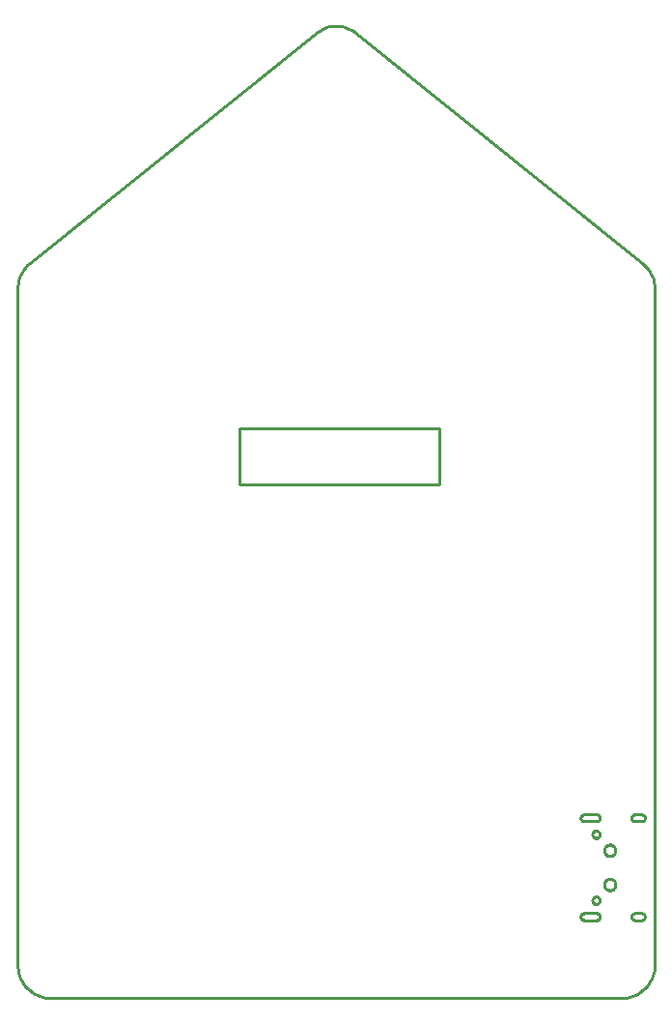
<source format=gbr>
G04 EAGLE Gerber RS-274X export*
G75*
%MOMM*%
%FSLAX34Y34*%
%LPD*%
%IN*%
%IPPOS*%
%AMOC8*
5,1,8,0,0,1.08239X$1,22.5*%
G01*
%ADD10C,0.254000*%


D10*
X0Y30000D02*
X114Y27385D01*
X456Y24791D01*
X1022Y22235D01*
X1809Y19739D01*
X2811Y17321D01*
X4019Y15000D01*
X5425Y12793D01*
X7019Y10716D01*
X8787Y8787D01*
X10716Y7019D01*
X12793Y5425D01*
X15000Y4019D01*
X17321Y2811D01*
X19739Y1809D01*
X22235Y1022D01*
X24791Y456D01*
X27385Y114D01*
X30000Y0D01*
X528800Y0D01*
X531415Y114D01*
X534009Y456D01*
X536565Y1022D01*
X539061Y1809D01*
X541479Y2811D01*
X543800Y4019D01*
X546007Y5425D01*
X548084Y7019D01*
X550013Y8787D01*
X551781Y10716D01*
X553375Y12793D01*
X554781Y15000D01*
X555989Y17321D01*
X556991Y19739D01*
X557778Y22235D01*
X558344Y24791D01*
X558686Y27385D01*
X558800Y30000D01*
X558800Y620584D01*
X558792Y621281D01*
X558617Y623892D01*
X558215Y626478D01*
X557590Y629020D01*
X556745Y631497D01*
X555688Y633891D01*
X554426Y636184D01*
X552969Y638358D01*
X551328Y640396D01*
X549515Y642284D01*
X547545Y644007D01*
X295271Y845899D01*
X294448Y846530D01*
X292607Y847764D01*
X290666Y848832D01*
X288639Y849728D01*
X286542Y850443D01*
X284390Y850973D01*
X282201Y851313D01*
X279990Y851461D01*
X277774Y851416D01*
X275571Y851177D01*
X273397Y850748D01*
X271269Y850131D01*
X269203Y849331D01*
X267214Y848354D01*
X265318Y847207D01*
X263529Y845899D01*
X11255Y644007D01*
X10716Y643566D01*
X8787Y641798D01*
X7019Y639868D01*
X5425Y637792D01*
X4019Y635584D01*
X2811Y633263D01*
X1809Y630845D01*
X1022Y628349D01*
X456Y625794D01*
X114Y623199D01*
X0Y620584D01*
X0Y30000D01*
X493836Y157755D02*
X493847Y157494D01*
X493882Y157234D01*
X493938Y156979D01*
X494017Y156729D01*
X494117Y156487D01*
X494238Y156255D01*
X494379Y156034D01*
X494538Y155827D01*
X494715Y155634D01*
X494908Y155457D01*
X495115Y155298D01*
X495336Y155157D01*
X495568Y155036D01*
X495810Y154936D01*
X496060Y154857D01*
X496315Y154801D01*
X496575Y154766D01*
X496836Y154755D01*
X507836Y154755D01*
X508097Y154766D01*
X508357Y154801D01*
X508612Y154857D01*
X508862Y154936D01*
X509104Y155036D01*
X509336Y155157D01*
X509557Y155298D01*
X509764Y155457D01*
X509957Y155634D01*
X510134Y155827D01*
X510293Y156034D01*
X510434Y156255D01*
X510555Y156487D01*
X510655Y156729D01*
X510734Y156979D01*
X510790Y157234D01*
X510825Y157494D01*
X510836Y157755D01*
X510825Y158016D01*
X510790Y158276D01*
X510734Y158531D01*
X510655Y158781D01*
X510555Y159023D01*
X510434Y159255D01*
X510293Y159476D01*
X510134Y159683D01*
X509957Y159876D01*
X509764Y160053D01*
X509557Y160212D01*
X509336Y160353D01*
X509104Y160474D01*
X508862Y160574D01*
X508612Y160653D01*
X508357Y160709D01*
X508097Y160744D01*
X507836Y160755D01*
X496836Y160755D01*
X496575Y160744D01*
X496315Y160709D01*
X496060Y160653D01*
X495810Y160574D01*
X495568Y160474D01*
X495336Y160353D01*
X495115Y160212D01*
X494908Y160053D01*
X494715Y159876D01*
X494538Y159683D01*
X494379Y159476D01*
X494238Y159255D01*
X494117Y159023D01*
X494017Y158781D01*
X493938Y158531D01*
X493882Y158276D01*
X493847Y158016D01*
X493836Y157755D01*
X493836Y71355D02*
X493847Y71094D01*
X493882Y70834D01*
X493938Y70579D01*
X494017Y70329D01*
X494117Y70087D01*
X494238Y69855D01*
X494379Y69634D01*
X494538Y69427D01*
X494715Y69234D01*
X494908Y69057D01*
X495115Y68898D01*
X495336Y68757D01*
X495568Y68636D01*
X495810Y68536D01*
X496060Y68457D01*
X496315Y68401D01*
X496575Y68366D01*
X496836Y68355D01*
X507836Y68355D01*
X508097Y68366D01*
X508357Y68401D01*
X508612Y68457D01*
X508862Y68536D01*
X509104Y68636D01*
X509336Y68757D01*
X509557Y68898D01*
X509764Y69057D01*
X509957Y69234D01*
X510134Y69427D01*
X510293Y69634D01*
X510434Y69855D01*
X510555Y70087D01*
X510655Y70329D01*
X510734Y70579D01*
X510790Y70834D01*
X510825Y71094D01*
X510836Y71355D01*
X510825Y71616D01*
X510790Y71876D01*
X510734Y72131D01*
X510655Y72381D01*
X510555Y72623D01*
X510434Y72855D01*
X510293Y73076D01*
X510134Y73283D01*
X509957Y73476D01*
X509764Y73653D01*
X509557Y73812D01*
X509336Y73953D01*
X509104Y74074D01*
X508862Y74174D01*
X508612Y74253D01*
X508357Y74309D01*
X508097Y74344D01*
X507836Y74355D01*
X496836Y74355D01*
X496575Y74344D01*
X496315Y74309D01*
X496060Y74253D01*
X495810Y74174D01*
X495568Y74074D01*
X495336Y73953D01*
X495115Y73812D01*
X494908Y73653D01*
X494715Y73476D01*
X494538Y73283D01*
X494379Y73076D01*
X494238Y72855D01*
X494117Y72623D01*
X494017Y72381D01*
X493938Y72131D01*
X493882Y71876D01*
X493847Y71616D01*
X493836Y71355D01*
X538136Y71355D02*
X538147Y71094D01*
X538182Y70834D01*
X538238Y70579D01*
X538317Y70329D01*
X538417Y70087D01*
X538538Y69855D01*
X538679Y69634D01*
X538838Y69427D01*
X539015Y69234D01*
X539208Y69057D01*
X539415Y68898D01*
X539636Y68757D01*
X539868Y68636D01*
X540110Y68536D01*
X540360Y68457D01*
X540615Y68401D01*
X540875Y68366D01*
X541136Y68355D01*
X547136Y68355D01*
X547397Y68366D01*
X547657Y68401D01*
X547912Y68457D01*
X548162Y68536D01*
X548404Y68636D01*
X548636Y68757D01*
X548857Y68898D01*
X549064Y69057D01*
X549257Y69234D01*
X549434Y69427D01*
X549593Y69634D01*
X549734Y69855D01*
X549855Y70087D01*
X549955Y70329D01*
X550034Y70579D01*
X550090Y70834D01*
X550125Y71094D01*
X550136Y71355D01*
X550125Y71616D01*
X550090Y71876D01*
X550034Y72131D01*
X549955Y72381D01*
X549855Y72623D01*
X549734Y72855D01*
X549593Y73076D01*
X549434Y73283D01*
X549257Y73476D01*
X549064Y73653D01*
X548857Y73812D01*
X548636Y73953D01*
X548404Y74074D01*
X548162Y74174D01*
X547912Y74253D01*
X547657Y74309D01*
X547397Y74344D01*
X547136Y74355D01*
X541136Y74355D01*
X540875Y74344D01*
X540615Y74309D01*
X540360Y74253D01*
X540110Y74174D01*
X539868Y74074D01*
X539636Y73953D01*
X539415Y73812D01*
X539208Y73653D01*
X539015Y73476D01*
X538838Y73283D01*
X538679Y73076D01*
X538538Y72855D01*
X538417Y72623D01*
X538317Y72381D01*
X538238Y72131D01*
X538182Y71876D01*
X538147Y71616D01*
X538136Y71355D01*
X538136Y157755D02*
X538147Y157494D01*
X538182Y157234D01*
X538238Y156979D01*
X538317Y156729D01*
X538417Y156487D01*
X538538Y156255D01*
X538679Y156034D01*
X538838Y155827D01*
X539015Y155634D01*
X539208Y155457D01*
X539415Y155298D01*
X539636Y155157D01*
X539868Y155036D01*
X540110Y154936D01*
X540360Y154857D01*
X540615Y154801D01*
X540875Y154766D01*
X541136Y154755D01*
X547136Y154755D01*
X547397Y154766D01*
X547657Y154801D01*
X547912Y154857D01*
X548162Y154936D01*
X548404Y155036D01*
X548636Y155157D01*
X548857Y155298D01*
X549064Y155457D01*
X549257Y155634D01*
X549434Y155827D01*
X549593Y156034D01*
X549734Y156255D01*
X549855Y156487D01*
X549955Y156729D01*
X550034Y156979D01*
X550090Y157234D01*
X550125Y157494D01*
X550136Y157755D01*
X550125Y158016D01*
X550090Y158276D01*
X550034Y158531D01*
X549955Y158781D01*
X549855Y159023D01*
X549734Y159255D01*
X549593Y159476D01*
X549434Y159683D01*
X549257Y159876D01*
X549064Y160053D01*
X548857Y160212D01*
X548636Y160353D01*
X548404Y160474D01*
X548162Y160574D01*
X547912Y160653D01*
X547657Y160709D01*
X547397Y160744D01*
X547136Y160755D01*
X541136Y160755D01*
X540875Y160744D01*
X540615Y160709D01*
X540360Y160653D01*
X540110Y160574D01*
X539868Y160474D01*
X539636Y160353D01*
X539415Y160212D01*
X539208Y160053D01*
X539015Y159876D01*
X538838Y159683D01*
X538679Y159476D01*
X538538Y159255D01*
X538417Y159023D01*
X538317Y158781D01*
X538238Y158531D01*
X538182Y158276D01*
X538147Y158016D01*
X538136Y157755D01*
X194310Y449580D02*
X369570Y449580D01*
X369570Y499110D01*
X194310Y499110D01*
X194310Y449580D01*
X507549Y82405D02*
X507971Y82461D01*
X508383Y82571D01*
X508777Y82734D01*
X509145Y82947D01*
X509483Y83206D01*
X509785Y83508D01*
X510044Y83846D01*
X510257Y84214D01*
X510420Y84608D01*
X510530Y85020D01*
X510586Y85442D01*
X510586Y85868D01*
X510530Y86290D01*
X510420Y86702D01*
X510257Y87096D01*
X510044Y87464D01*
X509785Y87802D01*
X509483Y88104D01*
X509145Y88363D01*
X508777Y88576D01*
X508383Y88739D01*
X507971Y88849D01*
X507549Y88905D01*
X507123Y88905D01*
X506701Y88849D01*
X506289Y88739D01*
X505895Y88576D01*
X505527Y88363D01*
X505189Y88104D01*
X504887Y87802D01*
X504628Y87464D01*
X504415Y87096D01*
X504252Y86702D01*
X504142Y86290D01*
X504086Y85868D01*
X504086Y85442D01*
X504142Y85020D01*
X504252Y84608D01*
X504415Y84214D01*
X504628Y83846D01*
X504887Y83508D01*
X505189Y83206D01*
X505527Y82947D01*
X505895Y82734D01*
X506289Y82571D01*
X506701Y82461D01*
X507123Y82405D01*
X507549Y82405D01*
X507549Y140205D02*
X507971Y140261D01*
X508383Y140371D01*
X508777Y140534D01*
X509145Y140747D01*
X509483Y141006D01*
X509785Y141308D01*
X510044Y141646D01*
X510257Y142014D01*
X510420Y142408D01*
X510530Y142820D01*
X510586Y143242D01*
X510586Y143668D01*
X510530Y144090D01*
X510420Y144502D01*
X510257Y144896D01*
X510044Y145264D01*
X509785Y145602D01*
X509483Y145904D01*
X509145Y146163D01*
X508777Y146376D01*
X508383Y146539D01*
X507971Y146649D01*
X507549Y146705D01*
X507123Y146705D01*
X506701Y146649D01*
X506289Y146539D01*
X505895Y146376D01*
X505527Y146163D01*
X505189Y145904D01*
X504887Y145602D01*
X504628Y145264D01*
X504415Y144896D01*
X504252Y144502D01*
X504142Y144090D01*
X504086Y143668D01*
X504086Y143242D01*
X504142Y142820D01*
X504252Y142408D01*
X504415Y142014D01*
X504628Y141646D01*
X504887Y141308D01*
X505189Y141006D01*
X505527Y140747D01*
X505895Y140534D01*
X506289Y140371D01*
X506701Y140261D01*
X507123Y140205D01*
X507549Y140205D01*
X519149Y94450D02*
X518591Y94513D01*
X518044Y94638D01*
X517514Y94823D01*
X517008Y95067D01*
X516532Y95366D01*
X516093Y95716D01*
X515696Y96113D01*
X515346Y96552D01*
X515047Y97028D01*
X514803Y97534D01*
X514618Y98064D01*
X514493Y98611D01*
X514430Y99169D01*
X514430Y99731D01*
X514493Y100289D01*
X514618Y100836D01*
X514803Y101366D01*
X515047Y101872D01*
X515346Y102348D01*
X515696Y102787D01*
X516093Y103184D01*
X516532Y103534D01*
X517008Y103833D01*
X517514Y104077D01*
X518044Y104262D01*
X518591Y104387D01*
X519149Y104450D01*
X519711Y104450D01*
X520269Y104387D01*
X520816Y104262D01*
X521346Y104077D01*
X521852Y103833D01*
X522328Y103534D01*
X522767Y103184D01*
X523164Y102787D01*
X523514Y102348D01*
X523813Y101872D01*
X524057Y101366D01*
X524242Y100836D01*
X524367Y100289D01*
X524430Y99731D01*
X524430Y99169D01*
X524367Y98611D01*
X524242Y98064D01*
X524057Y97534D01*
X523813Y97028D01*
X523514Y96552D01*
X523164Y96113D01*
X522767Y95716D01*
X522328Y95366D01*
X521852Y95067D01*
X521346Y94823D01*
X520816Y94638D01*
X520269Y94513D01*
X519711Y94450D01*
X519149Y94450D01*
X519149Y124450D02*
X518591Y124513D01*
X518044Y124638D01*
X517514Y124823D01*
X517008Y125067D01*
X516532Y125366D01*
X516093Y125716D01*
X515696Y126113D01*
X515346Y126552D01*
X515047Y127028D01*
X514803Y127534D01*
X514618Y128064D01*
X514493Y128611D01*
X514430Y129169D01*
X514430Y129731D01*
X514493Y130289D01*
X514618Y130836D01*
X514803Y131366D01*
X515047Y131872D01*
X515346Y132348D01*
X515696Y132787D01*
X516093Y133184D01*
X516532Y133534D01*
X517008Y133833D01*
X517514Y134077D01*
X518044Y134262D01*
X518591Y134387D01*
X519149Y134450D01*
X519711Y134450D01*
X520269Y134387D01*
X520816Y134262D01*
X521346Y134077D01*
X521852Y133833D01*
X522328Y133534D01*
X522767Y133184D01*
X523164Y132787D01*
X523514Y132348D01*
X523813Y131872D01*
X524057Y131366D01*
X524242Y130836D01*
X524367Y130289D01*
X524430Y129731D01*
X524430Y129169D01*
X524367Y128611D01*
X524242Y128064D01*
X524057Y127534D01*
X523813Y127028D01*
X523514Y126552D01*
X523164Y126113D01*
X522767Y125716D01*
X522328Y125366D01*
X521852Y125067D01*
X521346Y124823D01*
X520816Y124638D01*
X520269Y124513D01*
X519711Y124450D01*
X519149Y124450D01*
M02*

</source>
